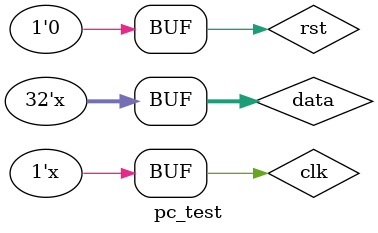
<source format=v>
`timescale 1ns / 1ps


module pc_test();
    reg clk, rst;
    reg [31:0] data;
    wire [31:0] data_out;
    always #10 clk = ~clk;
    initial begin   clk = 0; rst = 1; #30 rst = 0; end
    initial data = 32'hxxxxxxxxx;
    pcreg pc(clk, rst, 1'b1, data, data_out);
endmodule

</source>
